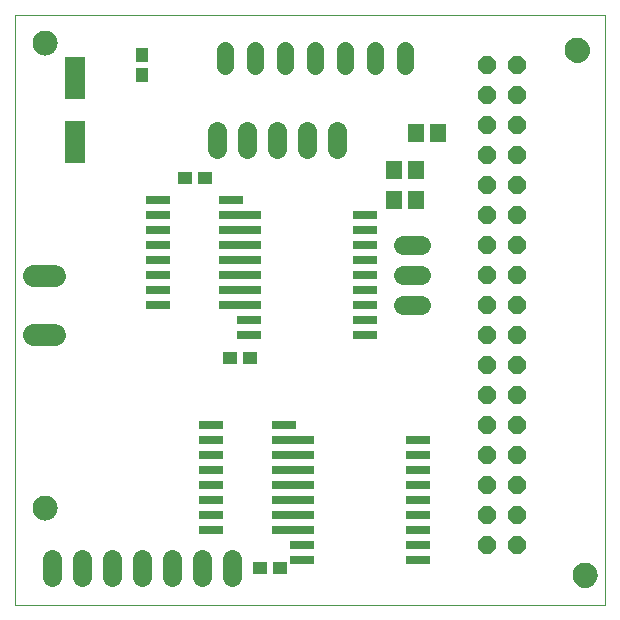
<source format=gts>
G75*
%MOIN*%
%OFA0B0*%
%FSLAX24Y24*%
%IPPOS*%
%LPD*%
%AMOC8*
5,1,8,0,0,1.08239X$1,22.5*
%
%ADD10C,0.0000*%
%ADD11C,0.0827*%
%ADD12C,0.0745*%
%ADD13R,0.0670X0.1418*%
%ADD14R,0.0434X0.0473*%
%ADD15R,0.0840X0.0300*%
%ADD16R,0.0473X0.0434*%
%ADD17OC8,0.0600*%
%ADD18C,0.0640*%
%ADD19R,0.0552X0.0631*%
%ADD20C,0.0560*%
D10*
X001100Y000333D02*
X001100Y020018D01*
X020785Y020018D01*
X020785Y000333D01*
X001100Y000333D01*
X001706Y003583D02*
X001708Y003622D01*
X001714Y003661D01*
X001724Y003699D01*
X001737Y003736D01*
X001754Y003771D01*
X001774Y003805D01*
X001798Y003836D01*
X001825Y003865D01*
X001854Y003891D01*
X001886Y003914D01*
X001920Y003934D01*
X001956Y003950D01*
X001993Y003962D01*
X002032Y003971D01*
X002071Y003976D01*
X002110Y003977D01*
X002149Y003974D01*
X002188Y003967D01*
X002225Y003956D01*
X002262Y003942D01*
X002297Y003924D01*
X002330Y003903D01*
X002361Y003878D01*
X002389Y003851D01*
X002414Y003821D01*
X002436Y003788D01*
X002455Y003754D01*
X002470Y003718D01*
X002482Y003680D01*
X002490Y003642D01*
X002494Y003603D01*
X002494Y003563D01*
X002490Y003524D01*
X002482Y003486D01*
X002470Y003448D01*
X002455Y003412D01*
X002436Y003378D01*
X002414Y003345D01*
X002389Y003315D01*
X002361Y003288D01*
X002330Y003263D01*
X002297Y003242D01*
X002262Y003224D01*
X002225Y003210D01*
X002188Y003199D01*
X002149Y003192D01*
X002110Y003189D01*
X002071Y003190D01*
X002032Y003195D01*
X001993Y003204D01*
X001956Y003216D01*
X001920Y003232D01*
X001886Y003252D01*
X001854Y003275D01*
X001825Y003301D01*
X001798Y003330D01*
X001774Y003361D01*
X001754Y003395D01*
X001737Y003430D01*
X001724Y003467D01*
X001714Y003505D01*
X001708Y003544D01*
X001706Y003583D01*
X001706Y019083D02*
X001708Y019122D01*
X001714Y019161D01*
X001724Y019199D01*
X001737Y019236D01*
X001754Y019271D01*
X001774Y019305D01*
X001798Y019336D01*
X001825Y019365D01*
X001854Y019391D01*
X001886Y019414D01*
X001920Y019434D01*
X001956Y019450D01*
X001993Y019462D01*
X002032Y019471D01*
X002071Y019476D01*
X002110Y019477D01*
X002149Y019474D01*
X002188Y019467D01*
X002225Y019456D01*
X002262Y019442D01*
X002297Y019424D01*
X002330Y019403D01*
X002361Y019378D01*
X002389Y019351D01*
X002414Y019321D01*
X002436Y019288D01*
X002455Y019254D01*
X002470Y019218D01*
X002482Y019180D01*
X002490Y019142D01*
X002494Y019103D01*
X002494Y019063D01*
X002490Y019024D01*
X002482Y018986D01*
X002470Y018948D01*
X002455Y018912D01*
X002436Y018878D01*
X002414Y018845D01*
X002389Y018815D01*
X002361Y018788D01*
X002330Y018763D01*
X002297Y018742D01*
X002262Y018724D01*
X002225Y018710D01*
X002188Y018699D01*
X002149Y018692D01*
X002110Y018689D01*
X002071Y018690D01*
X002032Y018695D01*
X001993Y018704D01*
X001956Y018716D01*
X001920Y018732D01*
X001886Y018752D01*
X001854Y018775D01*
X001825Y018801D01*
X001798Y018830D01*
X001774Y018861D01*
X001754Y018895D01*
X001737Y018930D01*
X001724Y018967D01*
X001714Y019005D01*
X001708Y019044D01*
X001706Y019083D01*
X019456Y018833D02*
X019458Y018872D01*
X019464Y018911D01*
X019474Y018949D01*
X019487Y018986D01*
X019504Y019021D01*
X019524Y019055D01*
X019548Y019086D01*
X019575Y019115D01*
X019604Y019141D01*
X019636Y019164D01*
X019670Y019184D01*
X019706Y019200D01*
X019743Y019212D01*
X019782Y019221D01*
X019821Y019226D01*
X019860Y019227D01*
X019899Y019224D01*
X019938Y019217D01*
X019975Y019206D01*
X020012Y019192D01*
X020047Y019174D01*
X020080Y019153D01*
X020111Y019128D01*
X020139Y019101D01*
X020164Y019071D01*
X020186Y019038D01*
X020205Y019004D01*
X020220Y018968D01*
X020232Y018930D01*
X020240Y018892D01*
X020244Y018853D01*
X020244Y018813D01*
X020240Y018774D01*
X020232Y018736D01*
X020220Y018698D01*
X020205Y018662D01*
X020186Y018628D01*
X020164Y018595D01*
X020139Y018565D01*
X020111Y018538D01*
X020080Y018513D01*
X020047Y018492D01*
X020012Y018474D01*
X019975Y018460D01*
X019938Y018449D01*
X019899Y018442D01*
X019860Y018439D01*
X019821Y018440D01*
X019782Y018445D01*
X019743Y018454D01*
X019706Y018466D01*
X019670Y018482D01*
X019636Y018502D01*
X019604Y018525D01*
X019575Y018551D01*
X019548Y018580D01*
X019524Y018611D01*
X019504Y018645D01*
X019487Y018680D01*
X019474Y018717D01*
X019464Y018755D01*
X019458Y018794D01*
X019456Y018833D01*
X019706Y001333D02*
X019708Y001372D01*
X019714Y001411D01*
X019724Y001449D01*
X019737Y001486D01*
X019754Y001521D01*
X019774Y001555D01*
X019798Y001586D01*
X019825Y001615D01*
X019854Y001641D01*
X019886Y001664D01*
X019920Y001684D01*
X019956Y001700D01*
X019993Y001712D01*
X020032Y001721D01*
X020071Y001726D01*
X020110Y001727D01*
X020149Y001724D01*
X020188Y001717D01*
X020225Y001706D01*
X020262Y001692D01*
X020297Y001674D01*
X020330Y001653D01*
X020361Y001628D01*
X020389Y001601D01*
X020414Y001571D01*
X020436Y001538D01*
X020455Y001504D01*
X020470Y001468D01*
X020482Y001430D01*
X020490Y001392D01*
X020494Y001353D01*
X020494Y001313D01*
X020490Y001274D01*
X020482Y001236D01*
X020470Y001198D01*
X020455Y001162D01*
X020436Y001128D01*
X020414Y001095D01*
X020389Y001065D01*
X020361Y001038D01*
X020330Y001013D01*
X020297Y000992D01*
X020262Y000974D01*
X020225Y000960D01*
X020188Y000949D01*
X020149Y000942D01*
X020110Y000939D01*
X020071Y000940D01*
X020032Y000945D01*
X019993Y000954D01*
X019956Y000966D01*
X019920Y000982D01*
X019886Y001002D01*
X019854Y001025D01*
X019825Y001051D01*
X019798Y001080D01*
X019774Y001111D01*
X019754Y001145D01*
X019737Y001180D01*
X019724Y001217D01*
X019714Y001255D01*
X019708Y001294D01*
X019706Y001333D01*
D11*
X020100Y001333D03*
X019850Y018833D03*
X002100Y019083D03*
X002100Y003583D03*
D12*
X002453Y009349D02*
X001748Y009349D01*
X001748Y011318D02*
X002453Y011318D01*
D13*
X003100Y015770D03*
X003100Y017896D03*
D14*
X005350Y017999D03*
X005350Y018668D03*
D15*
X005890Y013833D03*
X005890Y013333D03*
X005890Y012833D03*
X005890Y012333D03*
X005890Y011833D03*
X005890Y011333D03*
X005890Y010833D03*
X005890Y010333D03*
X008310Y010333D03*
X008310Y010833D03*
X008310Y011333D03*
X008310Y011833D03*
X008310Y012333D03*
X008310Y012833D03*
X008310Y013333D03*
X008310Y013833D03*
X008920Y013333D03*
X008920Y012833D03*
X008920Y012333D03*
X008920Y011833D03*
X008920Y011333D03*
X008920Y010833D03*
X008920Y010333D03*
X008920Y009833D03*
X008920Y009333D03*
X010060Y006333D03*
X010060Y005833D03*
X010060Y005333D03*
X010060Y004833D03*
X010060Y004333D03*
X010060Y003833D03*
X010060Y003333D03*
X010060Y002833D03*
X010670Y002833D03*
X010670Y002333D03*
X010670Y001833D03*
X010670Y003333D03*
X010670Y003833D03*
X010670Y004333D03*
X010670Y004833D03*
X010670Y005333D03*
X010670Y005833D03*
X007640Y005833D03*
X007640Y005333D03*
X007640Y004833D03*
X007640Y004333D03*
X007640Y003833D03*
X007640Y003333D03*
X007640Y002833D03*
X007640Y006333D03*
X012780Y009333D03*
X012780Y009833D03*
X012780Y010333D03*
X012780Y010833D03*
X012780Y011333D03*
X012780Y011833D03*
X012780Y012333D03*
X012780Y012833D03*
X012780Y013333D03*
X014530Y005833D03*
X014530Y005333D03*
X014530Y004833D03*
X014530Y004333D03*
X014530Y003833D03*
X014530Y003333D03*
X014530Y002833D03*
X014530Y002333D03*
X014530Y001833D03*
D16*
X009935Y001583D03*
X009265Y001583D03*
X008935Y008583D03*
X008265Y008583D03*
X007435Y014583D03*
X006765Y014583D03*
D17*
X016850Y014333D03*
X016850Y015333D03*
X017850Y015333D03*
X017850Y014333D03*
X017850Y013333D03*
X017850Y012333D03*
X017850Y011333D03*
X017850Y010333D03*
X017850Y009333D03*
X017850Y008333D03*
X017850Y007333D03*
X017850Y006333D03*
X017850Y005333D03*
X017850Y004333D03*
X017850Y003333D03*
X017850Y002333D03*
X016850Y002333D03*
X016850Y003333D03*
X016850Y004333D03*
X016850Y005333D03*
X016850Y006333D03*
X016850Y007333D03*
X016850Y008333D03*
X016850Y009333D03*
X016850Y010333D03*
X016850Y011333D03*
X016850Y012333D03*
X016850Y013333D03*
X016850Y016333D03*
X017850Y016333D03*
X017850Y017333D03*
X016850Y017333D03*
X016850Y018333D03*
X017850Y018333D03*
D18*
X011850Y016133D02*
X011850Y015533D01*
X010850Y015533D02*
X010850Y016133D01*
X009850Y016133D02*
X009850Y015533D01*
X008850Y015533D02*
X008850Y016133D01*
X007850Y016133D02*
X007850Y015533D01*
X014050Y012333D02*
X014650Y012333D01*
X014650Y011333D02*
X014050Y011333D01*
X014050Y010333D02*
X014650Y010333D01*
X008350Y001883D02*
X008350Y001283D01*
X007350Y001283D02*
X007350Y001883D01*
X006350Y001883D02*
X006350Y001283D01*
X005350Y001283D02*
X005350Y001883D01*
X004350Y001883D02*
X004350Y001283D01*
X003350Y001283D02*
X003350Y001883D01*
X002350Y001883D02*
X002350Y001283D01*
D19*
X013726Y013833D03*
X014474Y013833D03*
X014474Y014833D03*
X013726Y014833D03*
X014476Y016083D03*
X015224Y016083D03*
D20*
X014100Y018323D02*
X014100Y018843D01*
X013100Y018843D02*
X013100Y018323D01*
X012100Y018323D02*
X012100Y018843D01*
X011100Y018843D02*
X011100Y018323D01*
X010100Y018323D02*
X010100Y018843D01*
X009100Y018843D02*
X009100Y018323D01*
X008100Y018323D02*
X008100Y018843D01*
M02*

</source>
